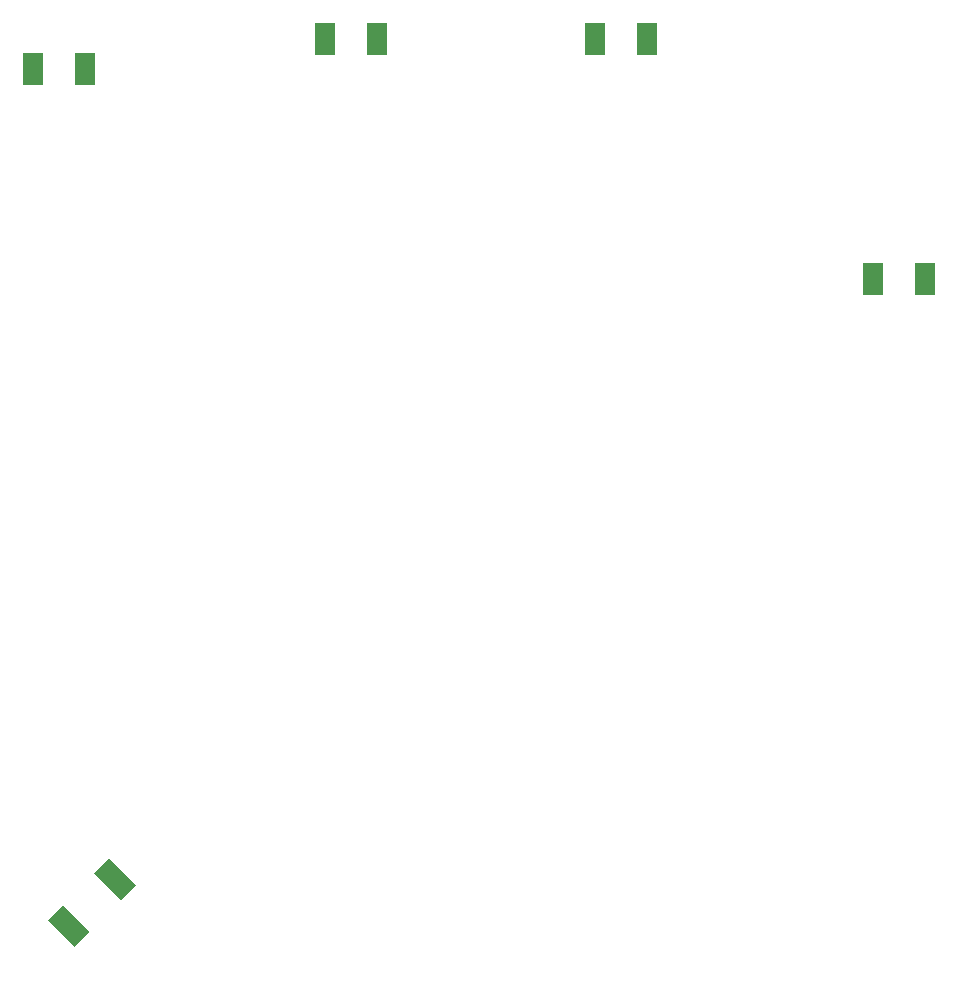
<source format=gbp>
G04 MADE WITH FRITZING*
G04 WWW.FRITZING.ORG*
G04 DOUBLE SIDED*
G04 HOLES PLATED*
G04 CONTOUR ON CENTER OF CONTOUR VECTOR*
%ASAXBY*%
%FSLAX23Y23*%
%MOIN*%
%OFA0B0*%
%SFA1.0B1.0*%
%ADD10R,0.070866X0.106299*%
%LNPASTEMASK0*%
G90*
G70*
G54D10*
X259Y3378D03*
X86Y3378D03*
X1059Y3478D03*
X1232Y3478D03*
X1959Y3478D03*
X2132Y3478D03*
X3059Y2678D03*
X2886Y2678D03*
G36*
X339Y748D02*
X428Y659D01*
X378Y609D01*
X289Y698D01*
X339Y748D01*
G37*
D02*
G36*
X183Y592D02*
X273Y503D01*
X222Y453D01*
X133Y542D01*
X183Y592D01*
G37*
D02*
G04 End of PasteMask0*
M02*
</source>
